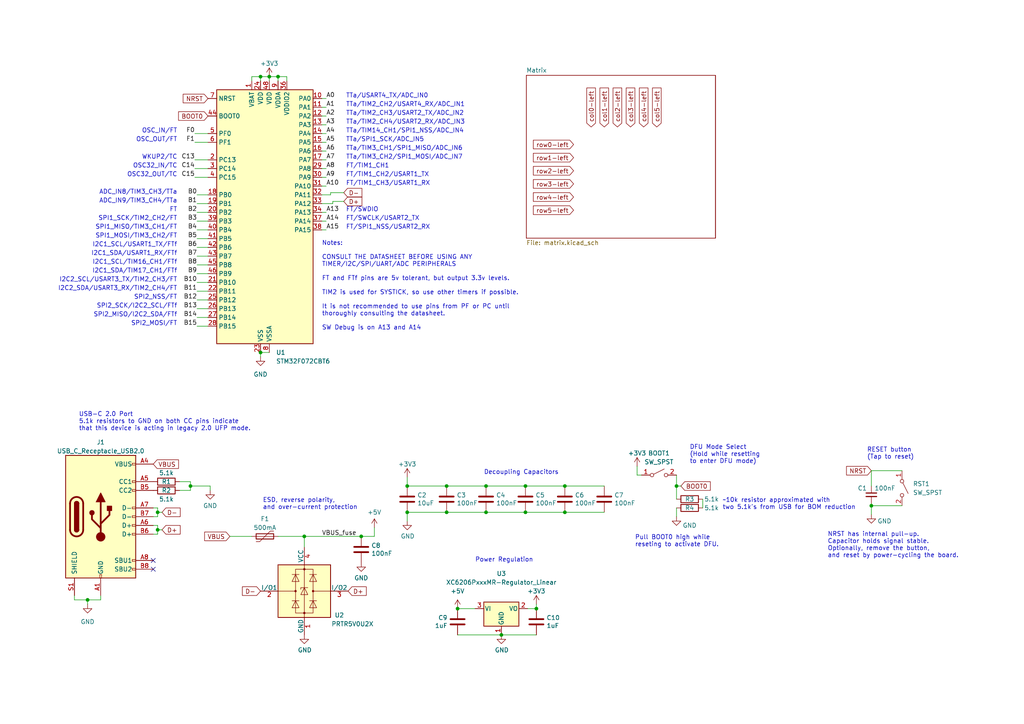
<source format=kicad_sch>
(kicad_sch (version 20231120) (generator "eeschema") (generator_version "8.0")
  (paper "A4")
  (lib_symbols
    (symbol "+5V_1" (power) (pin_names (offset 0))
      (property "Value" "+5V_1" (at 0 3.556 0))
      (symbol "+5V_1_0_1"
        (polyline (pts (xy -0.762 1.27) (xy 0 2.54)))
        (polyline (pts (xy 0 0) (xy 0 2.54)))
        (polyline (pts (xy 0 2.54) (xy 0.762 1.27)))
      )
      (symbol "+5V_1_1_1"
        (pin power_in line (at 0 0 90) (length 0) hide (name "+5V") (number "1"))
      )
    )
    (symbol "Connector:USB_C_Receptacle_USB2.0" (pin_names (offset 1.016))
      (property "Reference" "J" (at -10.16 19.05 0))
      (property "Value" "USB_C_Receptacle_USB2.0" (at 19.05 19.05 0))
      (symbol "USB_C_Receptacle_USB2.0_0_0"
        (rectangle (start -0.254 -17.78) (end 0.254 -16.764))
        (rectangle (start 10.16 -14.986) (end 9.144 -15.494))
        (rectangle (start 10.16 -12.446) (end 9.144 -12.954))
        (rectangle (start 10.16 -4.826) (end 9.144 -5.334))
        (rectangle (start 10.16 -2.286) (end 9.144 -2.794))
        (rectangle (start 10.16 0.254) (end 9.144 -0.254))
        (rectangle (start 10.16 2.794) (end 9.144 2.286))
        (rectangle (start 10.16 7.874) (end 9.144 7.366))
        (rectangle (start 10.16 10.414) (end 9.144 9.906))
        (rectangle (start 10.16 15.494) (end 9.144 14.986))
      )
      (symbol "USB_C_Receptacle_USB2.0_0_1"
        (rectangle (start -10.16 17.78) (end 10.16 -17.78) (stroke (width 0.254)) (fill (type background)))
        (arc (start -8.89 -3.81) (mid -6.985 -5.7067) (end -5.08 -3.81) (stroke (width 0.508)))
        (arc (start -7.62 -3.81) (mid -6.985 -4.4423) (end -6.35 -3.81) (stroke (width 0.254)))
        (arc (start -7.62 -3.81) (mid -6.985 -4.4423) (end -6.35 -3.81) (stroke (width 0.254)) (fill (type outline)))
        (rectangle (start -7.62 -3.81) (end -6.35 3.81) (stroke (width 0.254)) (fill (type outline)))
        (arc (start -6.35 3.81) (mid -6.985 4.4423) (end -7.62 3.81) (stroke (width 0.254)))
        (arc (start -6.35 3.81) (mid -6.985 4.4423) (end -7.62 3.81) (stroke (width 0.254)) (fill (type outline)))
        (arc (start -5.08 3.81) (mid -6.985 5.7067) (end -8.89 3.81) (stroke (width 0.508)))
        (circle (center -2.54 1.143) (radius 0.635) (stroke (width 0.254)) (fill (type outline)))
        (circle (center 0 -5.842) (radius 1.27) (fill (type outline)))
        (polyline (pts (xy -8.89 -3.81) (xy -8.89 3.81)) (stroke (width 0.508)))
        (polyline (pts (xy -5.08 3.81) (xy -5.08 -3.81)) (stroke (width 0.508)))
        (polyline (pts (xy 0 -5.842) (xy 0 4.318)) (stroke (width 0.508)))
        (polyline (pts (xy 0 -3.302) (xy -2.54 -0.762) (xy -2.54 0.508)) (stroke (width 0.508)))
        (polyline (pts (xy 0 -2.032) (xy 2.54 0.508) (xy 2.54 1.778)) (stroke (width 0.508)))
        (polyline (pts (xy -1.27 4.318) (xy 0 6.858) (xy 1.27 4.318) (xy -1.27 4.318)) (stroke (width 0.254)) (fill (type outline)))
        (rectangle (start 1.905 1.778) (end 3.175 3.048) (stroke (width 0.254)) (fill (type outline)))
      )
      (symbol "USB_C_Receptacle_USB2.0_1_1"
        (pin passive line (at 0 -22.86 90) (length 5.08) (name "GND") (number "A1"))
        (pin passive line (at 0 -22.86 90) (length 5.08) hide (name "GND") (number "A12"))
        (pin passive line (at 15.24 15.24 180) (length 5.08) (name "VBUS") (number "A4"))
        (pin bidirectional line (at 15.24 10.16 180) (length 5.08) (name "CC1") (number "A5"))
        (pin bidirectional line (at 15.24 -2.54 180) (length 5.08) (name "D+") (number "A6"))
        (pin bidirectional line (at 15.24 2.54 180) (length 5.08) (name "D-") (number "A7"))
        (pin bidirectional line (at 15.24 -12.7 180) (length 5.08) (name "SBU1") (number "A8"))
        (pin passive line (at 15.24 15.24 180) (length 5.08) hide (name "VBUS") (number "A9"))
        (pin passive line (at 0 -22.86 90) (length 5.08) hide (name "GND") (number "B1"))
        (pin passive line (at 0 -22.86 90) (length 5.08) hide (name "GND") (number "B12"))
        (pin passive line (at 15.24 15.24 180) (length 5.08) hide (name "VBUS") (number "B4"))
        (pin bidirectional line (at 15.24 7.62 180) (length 5.08) (name "CC2") (number "B5"))
        (pin bidirectional line (at 15.24 -5.08 180) (length 5.08) (name "D+") (number "B6"))
        (pin bidirectional line (at 15.24 0 180) (length 5.08) (name "D-") (number "B7"))
        (pin bidirectional line (at 15.24 -15.24 180) (length 5.08) (name "SBU2") (number "B8"))
        (pin passive line (at 15.24 15.24 180) (length 5.08) hide (name "VBUS") (number "B9"))
        (pin passive line (at -7.62 -22.86 90) (length 5.08) (name "SHIELD") (number "S1"))
      )
    )
    (symbol "Device:C" (pin_numbers hide) (pin_names (offset 0.254))
      (property "Reference" "C" (at 0.635 2.54 0))
      (property "Value" "C" (at 0.635 -2.54 0))
      (symbol "C_0_1"
        (polyline (pts (xy -2.032 -0.762) (xy 2.032 -0.762)) (stroke (width 0.508)))
        (polyline (pts (xy -2.032 0.762) (xy 2.032 0.762)) (stroke (width 0.508)))
      )
      (symbol "C_1_1"
        (pin passive line (at 0 3.81 270) (length 2.794) (name "~") (number "1"))
        (pin passive line (at 0 -3.81 90) (length 2.794) (name "~") (number "2"))
      )
    )
    (symbol "Device:C_Small" (pin_numbers hide) (pin_names (offset 0.254) hide)
      (property "Reference" "C" (at 0.254 1.778 0))
      (property "Value" "C_Small" (at 0.254 -2.032 0))
      (symbol "C_Small_0_1"
        (polyline (pts (xy -1.524 -0.508) (xy 1.524 -0.508)) (stroke (width 0.3302)))
        (polyline (pts (xy -1.524 0.508) (xy 1.524 0.508)) (stroke (width 0.3048)))
      )
      (symbol "C_Small_1_1"
        (pin passive line (at 0 2.54 270) (length 2.032) (name "~") (number "1"))
        (pin passive line (at 0 -2.54 90) (length 2.032) (name "~") (number "2"))
      )
    )
    (symbol "Device:Polyfuse" (pin_numbers hide) (pin_names (offset 0))
      (property "Reference" "F" (at -2.54 0 90))
      (property "Value" "Polyfuse" (at 2.54 0 90))
      (symbol "Polyfuse_0_1"
        (rectangle (start -0.762 2.54) (end 0.762 -2.54) (stroke (width 0.254)))
        (polyline (pts (xy 0 2.54) (xy 0 -2.54)))
        (polyline (pts (xy -1.524 2.54) (xy -1.524 1.524) (xy 1.524 -1.524) (xy 1.524 -2.54)))
      )
      (symbol "Polyfuse_1_1"
        (pin passive line (at 0 3.81 270) (length 1.27) (name "~") (number "1"))
        (pin passive line (at 0 -3.81 90) (length 1.27) (name "~") (number "2"))
      )
    )
    (symbol "Device:R" (pin_numbers hide) (pin_names (offset 0))
      (property "Reference" "R" (at 2.032 0 90))
      (property "Value" "R" (at 0 0 90))
      (symbol "R_0_1"
        (rectangle (start -1.016 -2.54) (end 1.016 2.54) (stroke (width 0.254)))
      )
      (symbol "R_1_1"
        (pin passive line (at 0 3.81 270) (length 1.27) (name "~") (number "1"))
        (pin passive line (at 0 -3.81 90) (length 1.27) (name "~") (number "2"))
      )
    )
    (symbol "MCU_ST_STM32F0:STM32F072CBTx"
      (property "Reference" "U" (at -12.7 39.37 0))
      (property "Value" "STM32F072CBTx" (at 10.16 39.37 0))
      (symbol "STM32F072CBTx_0_1"
        (rectangle (start -12.7 -35.56) (end 15.24 38.1) (stroke (width 0.254)) (fill (type background)))
      )
      (symbol "STM32F072CBTx_1_1"
        (pin power_in line (at -2.54 40.64 270) (length 2.54) (name "VBAT") (number "1"))
        (pin bidirectional line (at 17.78 35.56 180) (length 2.54) (name "PA0") (number "10"))
        (pin bidirectional line (at 17.78 33.02 180) (length 2.54) (name "PA1") (number "11"))
        (pin bidirectional line (at 17.78 30.48 180) (length 2.54) (name "PA2") (number "12"))
        (pin bidirectional line (at 17.78 27.94 180) (length 2.54) (name "PA3") (number "13"))
        (pin bidirectional line (at 17.78 25.4 180) (length 2.54) (name "PA4") (number "14"))
        (pin bidirectional line (at 17.78 22.86 180) (length 2.54) (name "PA5") (number "15"))
        (pin bidirectional line (at 17.78 20.32 180) (length 2.54) (name "PA6") (number "16"))
        (pin bidirectional line (at 17.78 17.78 180) (length 2.54) (name "PA7") (number "17"))
        (pin bidirectional line (at -15.24 7.62 0) (length 2.54) (name "PB0") (number "18"))
        (pin bidirectional line (at -15.24 5.08 0) (length 2.54) (name "PB1") (number "19"))
        (pin bidirectional line (at -15.24 17.78 0) (length 2.54) (name "PC13") (number "2"))
        (pin bidirectional line (at -15.24 2.54 0) (length 2.54) (name "PB2") (number "20"))
        (pin bidirectional line (at -15.24 -17.78 0) (length 2.54) (name "PB10") (number "21"))
        (pin bidirectional line (at -15.24 -20.32 0) (length 2.54) (name "PB11") (number "22"))
        (pin power_in line (at 0 -38.1 90) (length 2.54) (name "VSS") (number "23"))
        (pin power_in line (at 0 40.64 270) (length 2.54) (name "VDD") (number "24"))
        (pin bidirectional line (at -15.24 -22.86 0) (length 2.54) (name "PB12") (number "25"))
        (pin bidirectional line (at -15.24 -25.4 0) (length 2.54) (name "PB13") (number "26"))
        (pin bidirectional line (at -15.24 -27.94 0) (length 2.54) (name "PB14") (number "27"))
        (pin bidirectional line (at -15.24 -30.48 0) (length 2.54) (name "PB15") (number "28"))
        (pin bidirectional line (at 17.78 15.24 180) (length 2.54) (name "PA8") (number "29"))
        (pin bidirectional line (at -15.24 15.24 0) (length 2.54) (name "PC14") (number "3"))
        (pin bidirectional line (at 17.78 12.7 180) (length 2.54) (name "PA9") (number "30"))
        (pin bidirectional line (at 17.78 10.16 180) (length 2.54) (name "PA10") (number "31"))
        (pin bidirectional line (at 17.78 7.62 180) (length 2.54) (name "PA11") (number "32"))
        (pin bidirectional line (at 17.78 5.08 180) (length 2.54) (name "PA12") (number "33"))
        (pin bidirectional line (at 17.78 2.54 180) (length 2.54) (name "PA13") (number "34"))
        (pin passive line (at 0 -38.1 90) (length 2.54) hide (name "VSS") (number "35"))
        (pin power_in line (at 7.62 40.64 270) (length 2.54) (name "VDDIO2") (number "36"))
        (pin bidirectional line (at 17.78 0 180) (length 2.54) (name "PA14") (number "37"))
        (pin bidirectional line (at 17.78 -2.54 180) (length 2.54) (name "PA15") (number "38"))
        (pin bidirectional line (at -15.24 0 0) (length 2.54) (name "PB3") (number "39"))
        (pin bidirectional line (at -15.24 12.7 0) (length 2.54) (name "PC15") (number "4"))
        (pin bidirectional line (at -15.24 -2.54 0) (length 2.54) (name "PB4") (number "40"))
        (pin bidirectional line (at -15.24 -5.08 0) (length 2.54) (name "PB5") (number "41"))
        (pin bidirectional line (at -15.24 -7.62 0) (length 2.54) (name "PB6") (number "42"))
        (pin bidirectional line (at -15.24 -10.16 0) (length 2.54) (name "PB7") (number "43"))
        (pin input line (at -15.24 30.48 0) (length 2.54) (name "BOOT0") (number "44"))
        (pin bidirectional line (at -15.24 -12.7 0) (length 2.54) (name "PB8") (number "45"))
        (pin bidirectional line (at -15.24 -15.24 0) (length 2.54) (name "PB9") (number "46"))
        (pin passive line (at 0 -38.1 90) (length 2.54) hide (name "VSS") (number "47"))
        (pin power_in line (at 2.54 40.64 270) (length 2.54) (name "VDD") (number "48"))
        (pin bidirectional line (at -15.24 25.4 0) (length 2.54) (name "PF0") (number "5"))
        (pin bidirectional line (at -15.24 22.86 0) (length 2.54) (name "PF1") (number "6"))
        (pin input line (at -15.24 35.56 0) (length 2.54) (name "NRST") (number "7"))
        (pin power_in line (at 2.54 -38.1 90) (length 2.54) (name "VSSA") (number "8"))
        (pin power_in line (at 5.08 40.64 270) (length 2.54) (name "VDDA") (number "9"))
      )
    )
    (symbol "Power_Protection:PRTR5V0U2X" (pin_names (offset 0))
      (property "Reference" "D" (at 2.794 8.636 0))
      (property "Value" "PRTR5V0U2X" (at 8.128 -9.398 0))
      (symbol "PRTR5V0U2X_0_1"
        (rectangle (start -7.62 -7.62) (end 7.62 7.62) (stroke (width 0.254)) (fill (type background)))
        (circle (center -2.54 0) (radius 0.254) (fill (type outline)))
        (rectangle (start -2.54 6.35) (end 2.54 -6.35))
        (circle (center 0 -6.35) (radius 0.254) (fill (type outline)))
        (polyline (pts (xy -2.54 0) (xy -7.62 0)))
        (polyline (pts (xy -1.524 -2.794) (xy -3.556 -2.794)))
        (polyline (pts (xy -1.524 4.826) (xy -3.556 4.826)))
        (polyline (pts (xy 0 -7.62) (xy 0 7.62)))
        (polyline (pts (xy 1.524 -2.794) (xy 3.556 -2.794)))
        (polyline (pts (xy 1.524 4.826) (xy 3.556 4.826)))
        (polyline (pts (xy 2.54 0) (xy 7.62 0)))
        (polyline (pts (xy 1.016 1.016) (xy -1.016 1.016) (xy -1.016 0.508)))
        (polyline (pts (xy -3.556 -4.826) (xy -1.524 -4.826) (xy -2.54 -2.794) (xy -3.556 -4.826)))
        (polyline (pts (xy -3.556 2.794) (xy -1.524 2.794) (xy -2.54 4.826) (xy -3.556 2.794)))
        (polyline (pts (xy -1.016 -1.016) (xy 1.016 -1.016) (xy 0 1.016) (xy -1.016 -1.016)))
        (polyline (pts (xy 3.556 -4.826) (xy 1.524 -4.826) (xy 2.54 -2.794) (xy 3.556 -4.826)))
        (polyline (pts (xy 3.556 2.794) (xy 1.524 2.794) (xy 2.54 4.826) (xy 3.556 2.794)))
        (circle (center 0 6.35) (radius 0.254) (fill (type outline)))
        (circle (center 2.54 0) (radius 0.254) (fill (type outline)))
      )
      (symbol "PRTR5V0U2X_1_1"
        (pin passive line (at 0 -12.7 90) (length 5.08) (name "GND") (number "1"))
        (pin passive line (at -12.7 0 0) (length 5.08) (name "I/O1") (number "2"))
        (pin passive line (at 12.7 0 180) (length 5.08) (name "I/O2") (number "3"))
        (pin passive line (at 0 12.7 270) (length 5.08) (name "VCC") (number "4"))
      )
    )
    (symbol "Switch:SW_SPST" (pin_names (offset 0) hide)
      (property "Reference" "SW" (at 0 3.175 0))
      (property "Value" "SW_SPST" (at 0 -2.54 0))
      (symbol "SW_SPST_0_0"
        (circle (center -2.032 0) (radius 0.508))
        (polyline (pts (xy -1.524 0.254) (xy 1.524 1.778)))
        (circle (center 2.032 0) (radius 0.508))
      )
      (symbol "SW_SPST_1_1"
        (pin passive line (at -5.08 0 0) (length 2.54) (name "A") (number "1"))
        (pin passive line (at 5.08 0 180) (length 2.54) (name "B") (number "2"))
      )
    )
    (symbol "kicad-keyboard-parts:XC6206PxxxMR-Regulator_Linear" (pin_names (offset 0.254))
      (property "Reference" "U" (at -3.81 3.175 0))
      (property "Value" "XC6206PxxxMR-Regulator_Linear" (at 0 3.175 0))
      (property "LCSC" "C5446" (at 0 0 0))
      (symbol "XC6206PxxxMR-Regulator_Linear_0_1"
        (rectangle (start -5.08 1.905) (end 5.08 -5.08) (stroke (width 0.254)) (fill (type background)))
      )
      (symbol "XC6206PxxxMR-Regulator_Linear_1_1"
        (pin power_in line (at 0 -7.62 90) (length 2.54) (name "GND") (number "1"))
        (pin power_out line (at 7.62 0 180) (length 2.54) (name "VO") (number "2"))
        (pin power_in line (at -7.62 0 0) (length 2.54) (name "VI") (number "3"))
      )
    )
    (symbol "power:+3V3" (power) (pin_names (offset 0))
      (property "Value" "+3V3" (at 0 3.556 0))
      (symbol "+3V3_0_1"
        (polyline (pts (xy -0.762 1.27) (xy 0 2.54)))
        (polyline (pts (xy 0 0) (xy 0 2.54)))
        (polyline (pts (xy 0 2.54) (xy 0.762 1.27)))
      )
      (symbol "+3V3_1_1"
        (pin power_in line (at 0 0 90) (length 0) hide (name "+3V3") (number "1"))
      )
    )
    (symbol "power:+5V" (power) (pin_names (offset 0))
      (property "Value" "+5V" (at 0 3.556 0))
      (symbol "+5V_0_1"
        (polyline (pts (xy -0.762 1.27) (xy 0 2.54)))
        (polyline (pts (xy 0 0) (xy 0 2.54)))
        (polyline (pts (xy 0 2.54) (xy 0.762 1.27)))
      )
      (symbol "+5V_1_1"
        (pin power_in line (at 0 0 90) (length 0) hide (name "+5V") (number "1"))
      )
    )
    (symbol "power:GND" (power) (pin_names (offset 0))
      (property "Value" "GND" (at 0 -3.81 0))
      (symbol "GND_0_1"
        (polyline (pts (xy 0 0) (xy 0 -1.27) (xy 1.27 -1.27) (xy 0 -2.54) (xy -1.27 -1.27) (xy 0 -1.27)))
      )
      (symbol "GND_1_1"
        (pin power_in line (at 0 0 270) (length 0) hide (name "GND") (number "1"))
      )
    )
  )
  (junction (at 80.645 22.225))
  (junction (at 152.4 148.59))
  (junction (at 88.265 155.575))
  (junction (at 25.4 173.99))
  (junction (at 196.215 140.97))
  (junction (at 55.245 140.97))
  (junction (at 78.105 22.225))
  (junction (at 163.83 140.97))
  (junction (at 104.775 155.575))
  (junction (at 145.415 184.15) (diameter 0.9144))
  (junction (at 45.72 153.67))
  (junction (at 118.11 140.97))
  (junction (at 129.54 148.59))
  (junction (at 163.83 148.59))
  (junction (at 132.715 176.53))
  (junction (at 140.97 140.97))
  (junction (at 155.575 176.53))
  (junction (at 140.97 148.59))
  (junction (at 75.565 22.225))
  (junction (at 75.565 102.235))
  (junction (at 129.54 140.97))
  (junction (at 118.11 148.59))
  (junction (at 252.73 146.685))
  (junction (at 45.72 148.59))
  (junction (at 152.4 140.97))
  (no_connect (at 44.45 162.56))
  (no_connect (at 44.45 165.1))
  (wire (pts (xy 80.645 22.225) (xy 78.105 22.225)))
  (wire (pts (xy 45.72 154.94) (xy 45.72 153.67)))
  (wire (pts (xy 94.615 46.355) (xy 93.345 46.355)))
  (wire (pts (xy 145.415 184.15) (xy 132.715 184.15)))
  (wire (pts (xy 129.54 148.59) (xy 118.11 148.59)))
  (wire (pts (xy 57.15 84.455) (xy 60.325 84.455)))
  (wire (pts (xy 57.15 64.135) (xy 60.325 64.135)))
  (wire (pts (xy 45.72 153.67) (xy 46.99 153.67)))
  (wire (pts (xy 57.15 89.535) (xy 60.325 89.535)))
  (wire (pts (xy 45.72 148.59) (xy 46.99 148.59)))
  (wire (pts (xy 57.15 79.375) (xy 60.325 79.375)))
  (wire (pts (xy 140.97 140.97) (xy 129.54 140.97)))
  (wire (pts (xy 99.695 55.88) (xy 95.885 55.88)))
  (wire (pts (xy 57.15 69.215) (xy 60.325 69.215)))
  (wire (pts (xy 52.07 139.7) (xy 55.245 139.7)))
  (wire (pts (xy 94.615 28.575) (xy 93.345 28.575)))
  (wire (pts (xy 96.52 59.055) (xy 93.345 59.055)))
  (wire (pts (xy 252.73 136.525) (xy 252.73 140.97)))
  (wire (pts (xy 56.515 41.275) (xy 60.325 41.275)))
  (wire (pts (xy 80.645 22.225) (xy 80.645 23.495)))
  (wire (pts (xy 73.025 22.225) (xy 73.025 23.495)))
  (wire (pts (xy 21.59 173.99) (xy 25.4 173.99)))
  (wire (pts (xy 56.515 48.895) (xy 60.325 48.895)))
  (wire (pts (xy 45.72 147.32) (xy 45.72 148.59)))
  (wire (pts (xy 184.785 137.795) (xy 184.785 135.255)))
  (wire (pts (xy 88.265 155.575) (xy 88.265 158.75)))
  (wire (pts (xy 44.45 154.94) (xy 45.72 154.94)))
  (wire (pts (xy 29.21 173.99) (xy 29.21 172.72)))
  (wire (pts (xy 196.215 147.32) (xy 196.215 149.86)))
  (wire (pts (xy 78.105 22.225) (xy 78.105 23.495)))
  (wire (pts (xy 163.83 148.59) (xy 175.26 148.59)))
  (wire (pts (xy 56.515 46.355) (xy 60.325 46.355)))
  (wire (pts (xy 94.615 51.435) (xy 93.345 51.435)))
  (wire (pts (xy 57.15 61.595) (xy 60.325 61.595)))
  (wire (pts (xy 140.97 148.59) (xy 129.54 148.59)))
  (wire (pts (xy 57.15 74.295) (xy 60.325 74.295)))
  (wire (pts (xy 94.615 48.895) (xy 93.345 48.895)))
  (wire (pts (xy 60.96 140.97) (xy 60.96 142.24)))
  (wire (pts (xy 80.645 22.225) (xy 83.185 22.225)))
  (wire (pts (xy 94.615 61.595) (xy 93.345 61.595)))
  (wire (pts (xy 75.565 22.225) (xy 78.105 22.225)))
  (wire (pts (xy 99.695 58.42) (xy 96.52 58.42)))
  (wire (pts (xy 57.15 86.995) (xy 60.325 86.995)))
  (wire (pts (xy 104.775 155.575) (xy 108.585 155.575)))
  (wire (pts (xy 155.575 175.26) (xy 155.575 176.53)))
  (wire (pts (xy 44.45 149.86) (xy 45.72 149.86)))
  (wire (pts (xy 196.215 140.97) (xy 197.485 140.97)))
  (wire (pts (xy 94.615 64.135) (xy 93.345 64.135)))
  (wire (pts (xy 66.675 155.575) (xy 73.025 155.575)))
  (wire (pts (xy 196.215 140.97) (xy 196.215 144.78)))
  (wire (pts (xy 75.565 103.505) (xy 75.565 102.235)))
  (wire (pts (xy 57.15 59.055) (xy 60.325 59.055)))
  (wire (pts (xy 25.4 173.99) (xy 29.21 173.99)))
  (wire (pts (xy 73.025 22.225) (xy 75.565 22.225)))
  (wire (pts (xy 56.515 51.435) (xy 60.325 51.435)))
  (wire (pts (xy 94.615 43.815) (xy 93.345 43.815)))
  (wire (pts (xy 96.52 58.42) (xy 96.52 59.055)))
  (wire (pts (xy 129.54 140.97) (xy 118.11 140.97)))
  (wire (pts (xy 203.835 144.78) (xy 203.835 147.32)))
  (wire (pts (xy 196.215 137.795) (xy 196.215 140.97)))
  (wire (pts (xy 152.4 148.59) (xy 163.83 148.59)))
  (wire (pts (xy 94.615 33.655) (xy 93.345 33.655)))
  (wire (pts (xy 140.97 140.97) (xy 152.4 140.97)))
  (wire (pts (xy 80.645 155.575) (xy 88.265 155.575)))
  (wire (pts (xy 186.055 137.795) (xy 184.785 137.795)))
  (wire (pts (xy 55.245 142.24) (xy 55.245 140.97)))
  (wire (pts (xy 88.265 155.575) (xy 104.775 155.575)))
  (wire (pts (xy 21.59 172.72) (xy 21.59 173.99)))
  (wire (pts (xy 75.565 102.235) (xy 78.105 102.235)))
  (wire (pts (xy 118.11 138.43) (xy 118.11 140.97)))
  (wire (pts (xy 45.72 152.4) (xy 45.72 153.67)))
  (wire (pts (xy 57.15 94.615) (xy 60.325 94.615)))
  (wire (pts (xy 45.72 148.59) (xy 45.72 149.86)))
  (wire (pts (xy 57.15 81.915) (xy 60.325 81.915)))
  (wire (pts (xy 57.15 92.075) (xy 60.325 92.075)))
  (wire (pts (xy 252.73 136.525) (xy 261.62 136.525)))
  (wire (pts (xy 95.885 56.515) (xy 93.345 56.515)))
  (wire (pts (xy 94.615 38.735) (xy 93.345 38.735)))
  (wire (pts (xy 57.15 71.755) (xy 60.325 71.755)))
  (wire (pts (xy 83.185 22.225) (xy 83.185 23.495)))
  (wire (pts (xy 44.45 147.32) (xy 45.72 147.32)))
  (wire (pts (xy 25.4 175.26) (xy 25.4 173.99)))
  (wire (pts (xy 145.415 184.15) (xy 155.575 184.15)))
  (wire (pts (xy 152.4 140.97) (xy 163.83 140.97)))
  (wire (pts (xy 57.15 76.835) (xy 60.325 76.835)))
  (wire (pts (xy 44.45 152.4) (xy 45.72 152.4)))
  (wire (pts (xy 108.585 153.035) (xy 108.585 155.575)))
  (wire (pts (xy 57.15 56.515) (xy 60.325 56.515)))
  (wire (pts (xy 94.615 66.675) (xy 93.345 66.675)))
  (wire (pts (xy 252.73 146.685) (xy 252.73 146.05)))
  (wire (pts (xy 56.515 38.735) (xy 60.325 38.735)))
  (wire (pts (xy 95.885 55.88) (xy 95.885 56.515)))
  (wire (pts (xy 252.73 146.685) (xy 261.62 146.685)))
  (wire (pts (xy 132.715 176.53) (xy 137.795 176.53)))
  (wire (pts (xy 163.83 140.97) (xy 175.26 140.97)))
  (wire (pts (xy 118.11 151.13) (xy 118.11 148.59)))
  (wire (pts (xy 252.73 149.225) (xy 252.73 146.685)))
  (wire (pts (xy 55.245 140.97) (xy 60.96 140.97)))
  (wire (pts (xy 140.97 148.59) (xy 152.4 148.59)))
  (wire (pts (xy 55.245 140.97) (xy 55.245 139.7)))
  (wire (pts (xy 94.615 36.195) (xy 93.345 36.195)))
  (wire (pts (xy 94.615 53.975) (xy 93.345 53.975)))
  (wire (pts (xy 94.615 31.115) (xy 93.345 31.115)))
  (wire (pts (xy 57.15 66.675) (xy 60.325 66.675)))
  (wire (pts (xy 94.615 41.275) (xy 93.345 41.275)))
  (wire (pts (xy 153.035 176.53) (xy 155.575 176.53)))
  (wire (pts (xy 75.565 22.225) (xy 75.565 23.495)))
  (wire (pts (xy 52.07 142.24) (xy 55.245 142.24)))
  (text "TTa/TIM14_CH1/SPI1_NSS/ADC_IN4" (at 100.33 38.735 0) (effects (font (size 1.27 1.27)) (justify left bottom)))
  (text "SPI1_MOSI/TIM3_CH2/FT" (at 51.435 69.215 0) (effects (font (size 1.27 1.27)) (justify right bottom)))
  (text "FT/SPI1_NSS/USART2_RX" (at 100.33 66.675 0) (effects (font (size 1.27 1.27)) (justify left bottom)))
  (text "OSC_OUT/FT" (at 51.435 41.275 0) (effects (font (size 1.27 1.27)) (justify right bottom)))
  (text "FT/SWCLK/USART2_TX" (at 100.33 64.135 0) (effects (font (size 1.27 1.27)) (justify left bottom)))
  (text "I2C2_SCL/USART3_TX/TIM2_CH3/FT" (at 51.435 81.915 0) (effects (font (size 1.27 1.27)) (justify right bottom)))
  (text "Pull BOOT0 high while \nreseting to activate DFU." (at 184.15 158.75 0) (effects (font (size 1.27 1.27)) (justify left bottom)))
  (text "TTa/TIM2_CH2/USART4_RX/ADC_IN1" (at 100.33 31.115 0) (effects (font (size 1.27 1.27)) (justify left bottom)))
  (text "I2C1_SCL/TIM16_CH1/FTf" (at 51.435 76.835 0) (effects (font (size 1.27 1.27)) (justify right bottom)))
  (text "NRST has internal pull-up.\nCapacitor holds signal stable.\nOptionally, remove the button,\nand reset by power-cycling the board." (at 240.03 161.925 0) (effects (font (size 1.27 1.27)) (justify left bottom)))
  (text "SPI2_MISO/I2C2_SDA/FTf" (at 51.435 92.075 0) (effects (font (size 1.27 1.27)) (justify right bottom)))
  (text "OSC32_IN/TC" (at 51.435 48.895 0) (effects (font (size 1.27 1.27)) (justify right bottom)))
  (text "I2C1_SDA/USART1_RX/FTf" (at 51.435 74.295 0) (effects (font (size 1.27 1.27)) (justify right bottom)))
  (text "WKUP2/TC" (at 51.435 46.355 0) (effects (font (size 1.27 1.27)) (justify right bottom)))
  (text "I2C1_SDA/TIM17_CH1/FTf" (at 51.435 79.375 0) (effects (font (size 1.27 1.27)) (justify right bottom)))
  (text "ADC_IN8/TIM3_CH3/TTa" (at 51.435 56.515 0) (effects (font (size 1.27 1.27)) (justify right bottom)))
  (text "SPI2_MOSI/FT" (at 51.435 94.615 0) (effects (font (size 1.27 1.27)) (justify right bottom)))
  (text "OSC_IN/FT" (at 51.435 38.735 0) (effects (font (size 1.27 1.27)) (justify right bottom)))
  (text "SPI2_NSS/FT" (at 51.435 86.995 0) (effects (font (size 1.27 1.27)) (justify right bottom)))
  (text "TTa/SPI1_SCK/ADC_IN5" (at 100.33 41.275 0) (effects (font (size 1.27 1.27)) (justify left bottom)))
  (text "FT" (at 51.435 61.595 0) (effects (font (size 1.27 1.27)) (justify right bottom)))
  (text "OSC32_OUT/TC" (at 51.435 51.435 0) (effects (font (size 1.27 1.27)) (justify right bottom)))
  (text "TTa/TIM3_CH2/SPI1_MOSI/ADC_IN7" (at 100.33 46.355 0) (effects (font (size 1.27 1.27)) (justify left bottom)))
  (text "FT/TIM1_CH1" (at 100.33 48.895 0) (effects (font (size 1.27 1.27)) (justify left bottom)))
  (text "FT/TIM1_CH3/USART1_RX" (at 100.33 53.975 0) (effects (font (size 1.27 1.27)) (justify left bottom)))
  (text "ADC_IN9/TIM3_CH4/TTa" (at 51.435 59.055 0) (effects (font (size 1.27 1.27)) (justify right bottom)))
  (text "RESET button\n(Tap to reset)" (at 251.46 133.35 0) (effects (font (size 1.27 1.27)) (justify left bottom)))
  (text "TTa/USART4_TX/ADC_IN0" (at 100.33 28.575 0) (effects (font (size 1.27 1.27)) (justify left bottom)))
  (text "TTa/TIM3_CH1/SPI1_MISO/ADC_IN6" (at 100.33 43.815 0) (effects (font (size 1.27 1.27)) (justify left bottom)))
  (text "~10k resistor approximated with\ntwo 5.1k's from USB for BOM reduction" (at 209.55 147.955 0) (effects (font (size 1.27 1.27)) (justify left bottom)))
  (text "SPI1_MISO/TIM3_CH1/FT" (at 51.435 66.675 0) (effects (font (size 1.27 1.27)) (justify right bottom)))
  (text "Decoupling Capacitors" (at 140.335 137.795 0) (effects (font (size 1.27 1.27)) (justify left bottom)))
  (text "DFU Mode Select\n(Hold while resetting\nto enter DFU mode)" (at 200.025 134.62 0) (effects (font (size 1.27 1.27)) (justify left bottom)))
  (text "Notes:\n\nCONSULT THE DATASHEET BEFORE USING ANY \nTIMER/I2C/SPI/UART/ADC PERIPHERALS\n\nFT and FTf pins are 5v tolerant, but output 3.3v levels.\n\nTIM2 is used for SYSTICK, so use other timers if possible.\n\nIt is not recommended to use pins from PF or PC until\nthoroughly consulting the datasheet.\n\nSW Debug is on A13 and A14" (at 93.345 95.885 0) (effects (font (size 1.27 1.27)) (justify left bottom)))
  (text "Power Regulation" (at 137.795 163.195 0) (effects (font (size 1.27 1.27)) (justify left bottom)))
  (text "I2C2_SDA/USART3_RX/TIM2_CH4/FT" (at 51.435 84.455 0) (effects (font (size 1.27 1.27)) (justify right bottom)))
  (text "TTa/TIM2_CH3/USART2_TX/ADC_IN2" (at 100.33 33.655 0) (effects (font (size 1.27 1.27)) (justify left bottom)))
  (text "TTa/TIM2_CH4/USART2_RX/ADC_IN3" (at 100.33 36.195 0) (effects (font (size 1.27 1.27)) (justify left bottom)))
  (text "SPI2_SCK/I2C2_SCL/FTf" (at 51.435 89.535 0) (effects (font (size 1.27 1.27)) (justify right bottom)))
  (text "USB-C 2.0 Port\n5.1k resistors to GND on both CC pins indicate\nthat this device is acting in legacy 2.0 UFP mode." (at 22.86 125.095 0) (effects (font (size 1.27 1.27)) (justify left bottom)))
  (text "I2C1_SCL/USART1_TX/FTf" (at 51.435 71.755 0) (effects (font (size 1.27 1.27)) (justify right bottom)))
  (text "ESD, reverse polarity,\nand over-current protection" (at 76.2 147.955 0) (effects (font (size 1.27 1.27)) (justify left bottom)))
  (text "FT/SWDIO" (at 100.33 61.595 0) (effects (font (size 1.27 1.27)) (justify left bottom)))
  (text "FT/TIM1_CH2/USART1_TX" (at 100.33 51.435 0) (effects (font (size 1.27 1.27)) (justify left bottom)))
  (text "SPI1_SCK/TIM2_CH2/FT" (at 51.435 64.135 0) (effects (font (size 1.27 1.27)) (justify right bottom)))
  (label "B5" (at 57.15 69.215 180))
  (label "B8" (at 57.15 76.835 180))
  (label "A0" (at 94.615 28.575 0))
  (label "B7" (at 57.15 74.295 180))
  (label "A13" (at 94.615 61.595 0))
  (label "B3" (at 57.15 64.135 180))
  (label "B9" (at 57.15 79.375 180))
  (label "C13" (at 56.515 46.355 180))
  (label "A9" (at 94.615 51.435 0))
  (label "B10" (at 57.15 81.915 180))
  (label "C15" (at 56.515 51.435 180))
  (label "A7" (at 94.615 46.355 0))
  (label "A2" (at 94.615 33.655 0))
  (label "A10" (at 94.615 53.975 0))
  (label "A4" (at 94.615 38.735 0))
  (label "B4" (at 57.15 66.675 180))
  (label "B13" (at 57.15 89.535 180))
  (label "A6" (at 94.615 43.815 0))
  (label "A5" (at 94.615 41.275 0))
  (label "A15" (at 94.615 66.675 0))
  (label "A14" (at 94.615 64.135 0))
  (label "VBUS_fuse" (at 93.345 155.575 0))
  (label "B1" (at 57.15 59.055 180))
  (label "A8" (at 94.615 48.895 0))
  (label "B11" (at 57.15 84.455 180))
  (label "B0" (at 57.15 56.515 180))
  (label "B2" (at 57.15 61.595 180))
  (label "F0" (at 56.515 38.735 180))
  (label "B6" (at 57.15 71.755 180))
  (label "B14" (at 57.15 92.075 180))
  (label "F1" (at 56.515 41.275 180))
  (label "A1" (at 94.615 31.115 0))
  (label "B15" (at 57.15 94.615 180))
  (label "C14" (at 56.515 48.895 180))
  (label "A3" (at 94.615 36.195 0))
  (label "B12" (at 57.15 86.995 180))
  (global_label "row1-left" (shape input) (at 166.37 45.72 180) (property "Intersheetrefs" "${INTERSHEET_REFS}" (effects (hide yes))))
  (global_label "D-" (shape input) (at 46.99 148.59 0) (property "Intersheetrefs" "${INTERSHEET_REFS}" (effects (hide yes))))
  (global_label "col1-left" (shape input) (at 175.26 36.83 90) (property "Intersheetrefs" "${INTERSHEET_REFS}" (effects (hide yes))))
  (global_label "col2-left" (shape input) (at 179.07 36.83 90) (property "Intersheetrefs" "${INTERSHEET_REFS}" (effects (hide yes))))
  (global_label "col4-left" (shape input) (at 186.69 36.83 90) (property "Intersheetrefs" "${INTERSHEET_REFS}" (effects (hide yes))))
  (global_label "BOOT0" (shape input) (at 197.485 140.97 0) (property "Intersheetrefs" "${INTERSHEET_REFS}" (effects (hide yes))))
  (global_label "D+" (shape input) (at 46.99 153.67 0) (property "Intersheetrefs" "${INTERSHEET_REFS}" (effects (hide yes))))
  (global_label "row5-left" (shape input) (at 166.37 60.96 180) (property "Intersheetrefs" "${INTERSHEET_REFS}" (effects (hide yes))))
  (global_label "row3-left" (shape input) (at 166.37 53.34 180) (property "Intersheetrefs" "${INTERSHEET_REFS}" (effects (hide yes))))
  (global_label "VBUS" (shape input) (at 44.45 134.62 0) (property "Intersheetrefs" "${INTERSHEET_REFS}" (effects (hide yes))))
  (global_label "VBUS" (shape input) (at 66.675 155.575 180) (property "Intersheetrefs" "${INTERSHEET_REFS}" (effects (hide yes))))
  (global_label "NRST" (shape input) (at 252.73 136.525 180) (property "Intersheetrefs" "${INTERSHEET_REFS}" (effects (hide yes))))
  (global_label "row4-left" (shape input) (at 166.37 57.15 180) (property "Intersheetrefs" "${INTERSHEET_REFS}" (effects (hide yes))))
  (global_label "D+" (shape input) (at 99.695 58.42 0) (property "Intersheetrefs" "${INTERSHEET_REFS}" (effects (hide yes))))
  (global_label "col5-left" (shape input) (at 190.5 36.83 90) (property "Intersheetrefs" "${INTERSHEET_REFS}" (effects (hide yes))))
  (global_label "col3-left" (shape input) (at 182.88 36.83 90) (property "Intersheetrefs" "${INTERSHEET_REFS}" (effects (hide yes))))
  (global_label "D-" (shape input) (at 99.695 55.88 0) (property "Intersheetrefs" "${INTERSHEET_REFS}" (effects (hide yes))))
  (global_label "row2-left" (shape input) (at 166.37 49.53 180) (property "Intersheetrefs" "${INTERSHEET_REFS}" (effects (hide yes))))
  (global_label "D+" (shape input) (at 100.965 171.45 0) (property "Intersheetrefs" "${INTERSHEET_REFS}" (effects (hide yes))))
  (global_label "BOOT0" (shape input) (at 60.325 33.655 180) (property "Intersheetrefs" "${INTERSHEET_REFS}" (effects (hide yes))))
  (global_label "col0-left" (shape input) (at 171.45 36.83 90) (property "Intersheetrefs" "${INTERSHEET_REFS}" (effects (hide yes))))
  (global_label "NRST" (shape input) (at 60.325 28.575 180) (property "Intersheetrefs" "${INTERSHEET_REFS}" (effects (hide yes))))
  (global_label "row0-left" (shape input) (at 166.37 41.91 180) (property "Intersheetrefs" "${INTERSHEET_REFS}" (effects (hide yes))))
  (global_label "D-" (shape input) (at 75.565 171.45 180) (property "Intersheetrefs" "${INTERSHEET_REFS}" (effects (hide yes))))
  (symbol (lib_id "Device:C") (at 140.97 144.78 0) (unit 1)
    (property "Reference" "C4" (at 143.891 143.6116 0) (effects (justify left)))
    (property "Value" "100nF" (at 143.891 145.923 0) (effects (justify left)))
    (property "Footprint" "Capacitor_SMD:C_0402_1005Metric" (effects (hide yes)))
    (property "LCSC" "C307331" (effects (hide yes)))
  )
  (symbol (lib_name "+5V_1") (lib_id "power:+5V") (at 108.585 153.035 0) (unit 1)
    (property "Reference" "#PWR09" (effects (hide yes)))
    (property "Value" "+5V" (at 108.585 148.59 0))
  )
  (symbol (lib_id "power:GND") (at 118.11 151.13 0) (unit 1)
    (property "Reference" "#PWR08" (effects (hide yes)))
    (property "Value" "GND" (at 118.237 155.5242 0))
  )
  (symbol (lib_id "Switch:SW_SPST") (at 191.135 137.795 0) (unit 1)
    (property "Reference" "BOOT1" (at 191.135 131.445 0))
    (property "Value" "SW_SPST" (at 191.135 133.985 0))
    (property "Footprint" "Button_Switch_SMD:SW_SPST_TL3342" (effects (hide yes)))
  )
  (symbol (lib_id "Device:C") (at 163.83 144.78 0) (unit 1)
    (property "Reference" "C6" (at 166.751 143.6116 0) (effects (justify left)))
    (property "Value" "100nF" (at 166.751 145.923 0) (effects (justify left)))
    (property "Footprint" "Capacitor_SMD:C_0402_1005Metric" (effects (hide yes)))
    (property "LCSC" "C307331" (effects (hide yes)))
  )
  (symbol (lib_id "Device:C") (at 104.775 159.385 0) (unit 1)
    (property "Reference" "C8" (at 107.696 158.2166 0) (effects (justify left)))
    (property "Value" "100nF" (at 107.696 160.528 0) (effects (justify left)))
    (property "Footprint" "Capacitor_SMD:C_0402_1005Metric" (effects (hide yes)))
    (property "LCSC" "C307331" (effects (hide yes)))
  )
  (symbol (lib_id "Connector:USB_C_Receptacle_USB2.0") (at 29.21 149.86 0) (unit 1)
    (property "Reference" "J1" (at 29.21 128.27 0))
    (property "Value" "USB_C_Receptacle_USB2.0" (at 29.21 130.81 0))
    (property "Footprint" "PCM_marbastlib-various:USB_C_Receptacle_HRO_TYPE-C-31-M-12" (effects (hide yes)))
    (property "Datasheet" "https://www.usb.org/sites/default/files/documents/usb_type-c.zip" (effects (hide yes)))
    (property "JlcRotOffset" "180" (effects (hide yes)))
    (property "JlcPosOffset" "0,1.5" (effects (hide yes)))
  )
  (symbol (lib_id "Device:C") (at 132.715 180.34 0) (mirror y) (unit 1)
    (property "Reference" "C9" (at 129.794 179.1716 0) (effects (justify left)))
    (property "Value" "1uF" (at 129.794 181.483 0) (effects (justify left)))
    (property "Footprint" "Capacitor_SMD:C_0402_1005Metric" (effects (hide yes)))
    (property "LCSC" "C307331" (effects (hide yes)))
  )
  (symbol (lib_id "Power_Protection:PRTR5V0U2X") (at 88.265 171.45 0) (unit 1)
    (property "Reference" "U2" (at 98.425 178.435 0))
    (property "Value" "PRTR5V0U2X" (at 102.235 180.975 0))
    (property "Footprint" "Package_TO_SOT_SMD:SOT-143" (effects (hide yes)))
    (property "Datasheet" "https://assets.nexperia.com/documents/data-sheet/PRTR5V0U2X.pdf" (effects (hide yes)))
    (property "LCSC" "C2827688" (effects (hide yes)))
    (property "JlcRotOffset" "90" (effects (hide yes)))
  )
  (symbol (lib_id "Device:Polyfuse") (at 76.835 155.575 90) (unit 1)
    (property "Reference" "F1" (at 76.835 150.495 90))
    (property "Value" "500mA" (at 76.835 153.035 90))
    (property "Footprint" "Fuse:Fuse_1206_3216Metric" (effects (hide yes)))
    (property "LCSC" "C135341" (effects (hide yes)))
  )
  (symbol (lib_id "Device:C") (at 155.575 180.34 0) (unit 1)
    (property "Reference" "C10" (at 158.496 179.1716 0) (effects (justify left)))
    (property "Value" "1uF" (at 158.496 181.483 0) (effects (justify left)))
    (property "Footprint" "Capacitor_SMD:C_0402_1005Metric" (effects (hide yes)))
    (property "LCSC" "C307331" (effects (hide yes)))
  )
  (symbol (lib_id "Device:R") (at 48.26 139.7 270) (unit 1)
    (property "Reference" "R1" (at 48.26 139.7 90))
    (property "Value" "5.1k" (at 48.26 137.16 90))
    (property "Footprint" "Resistor_SMD:R_0402_1005Metric" (effects (hide yes)))
  )
  (symbol (lib_id "power:GND") (at 104.775 163.195 0) (unit 1)
    (property "Reference" "#PWR010" (effects (hide yes)))
    (property "Value" "GND" (at 104.775 167.64 0))
  )
  (symbol (lib_id "MCU_ST_STM32F0:STM32F072CBTx") (at 75.565 64.135 0) (unit 1)
    (property "Reference" "U1" (at 80.0609 102.235 0) (effects (justify left)))
    (property "Value" "STM32F072CBT6" (at 80.0609 104.775 0) (effects (justify left)))
    (property "Footprint" "Package_QFP:LQFP-48_7x7mm_P0.5mm" (effects (hide yes)))
    (property "Datasheet" "https://www.st.com/resource/en/datasheet/stm32f072cb.pdf" (effects (hide yes)))
    (property "JlcRotOffset" "90" (effects (hide yes)))
  )
  (symbol (lib_id "power:+3V3") (at 118.11 138.43 0) (unit 1)
    (property "Reference" "#PWR04" (effects (hide yes)))
    (property "Value" "+3V3" (at 118.11 134.62 0))
  )
  (symbol (lib_id "power:GND") (at 75.565 103.505 0) (unit 1)
    (property "Reference" "#PWR02" (effects (hide yes)))
    (property "Value" "GND" (at 75.565 108.585 0))
  )
  (symbol (lib_id "power:GND") (at 88.265 184.15 0) (unit 1)
    (property "Reference" "#PWR014" (effects (hide yes)))
    (property "Value" "GND" (at 88.392 188.5442 0))
  )
  (symbol (lib_id "power:GND") (at 145.415 184.15 0) (unit 1)
    (property "Reference" "#PWR015" (effects (hide yes)))
    (property "Value" "GND" (at 145.542 188.5442 0))
  )
  (symbol (lib_id "kicad-keyboard-parts:XC6206PxxxMR-Regulator_Linear") (at 145.415 176.53 0) (unit 1)
    (property "Reference" "U3" (at 145.415 166.37 0))
    (property "Value" "XC6206PxxxMR-Regulator_Linear" (at 145.415 168.91 0))
    (property "Footprint" "Package_TO_SOT_SMD:SOT-23" (effects (hide yes)))
    (property "Datasheet" "https://www.torexsemi.com/file/xc6206/XC6206.pdf" (effects (hide yes)))
    (property "LCSC" "C5446" (effects (hide yes)))
  )
  (symbol (lib_id "power:GND") (at 196.215 149.86 0) (unit 1)
    (property "Reference" "#PWR07" (effects (hide yes)))
    (property "Value" "GND" (at 200.025 152.4 0))
  )
  (symbol (lib_id "power:GND") (at 60.96 142.24 0) (unit 1)
    (property "Reference" "#PWR05" (effects (hide yes)))
    (property "Value" "GND" (at 60.96 146.685 0))
  )
  (symbol (lib_id "Device:C") (at 152.4 144.78 0) (unit 1)
    (property "Reference" "C5" (at 155.321 143.6116 0) (effects (justify left)))
    (property "Value" "100nF" (at 155.321 145.923 0) (effects (justify left)))
    (property "Footprint" "Capacitor_SMD:C_0402_1005Metric" (effects (hide yes)))
    (property "LCSC" "C307331" (effects (hide yes)))
  )
  (symbol (lib_id "Device:R") (at 48.26 142.24 90) (unit 1)
    (property "Reference" "R2" (at 48.26 142.24 90))
    (property "Value" "5.1k" (at 48.26 144.78 90))
    (property "Footprint" "Resistor_SMD:R_0402_1005Metric" (effects (hide yes)))
  )
  (symbol (lib_id "power:+5V") (at 132.715 176.53 0) (unit 1)
    (property "Reference" "#PWR013" (effects (hide yes)))
    (property "Value" "+5V" (at 132.715 171.45 0))
  )
  (symbol (lib_id "power:GND") (at 252.73 149.225 0) (mirror y) (unit 1)
    (property "Reference" "#PWR06" (effects (hide yes)))
    (property "Value" "GND" (at 256.54 151.13 0))
  )
  (symbol (lib_id "Device:C") (at 175.26 144.78 0) (unit 1)
    (property "Reference" "C7" (at 178.181 143.6116 0) (effects (justify left)))
    (property "Value" "100nF" (at 178.181 145.923 0) (effects (justify left)))
    (property "Footprint" "Capacitor_SMD:C_0402_1005Metric" (effects (hide yes)))
    (property "LCSC" "C307331" (effects (hide yes)))
  )
  (symbol (lib_id "power:+3V3") (at 184.785 135.255 0) (mirror y) (unit 1)
    (property "Reference" "#PWR03" (effects (hide yes)))
    (property "Value" "+3V3" (at 184.785 131.445 0))
  )
  (symbol (lib_id "Device:C") (at 129.54 144.78 0) (unit 1)
    (property "Reference" "C3" (at 132.461 143.6116 0) (effects (justify left)))
    (property "Value" "100nF" (at 132.461 145.923 0) (effects (justify left)))
    (property "Footprint" "Capacitor_SMD:C_0402_1005Metric" (effects (hide yes)))
    (property "LCSC" "C307331" (effects (hide yes)))
  )
  (symbol (lib_id "power:+3V3") (at 155.575 175.26 0) (unit 1)
    (property "Reference" "#PWR012" (effects (hide yes)))
    (property "Value" "+3V3" (at 155.575 171.45 0))
  )
  (symbol (lib_id "Device:C") (at 118.11 144.78 0) (unit 1)
    (property "Reference" "C2" (at 121.031 143.6116 0) (effects (justify left)))
    (property "Value" "10uF" (at 121.031 145.923 0) (effects (justify left)))
    (property "Footprint" "Capacitor_SMD:C_0603_1608Metric" (effects (hide yes)))
    (property "LCSC" "C307331" (effects (hide yes)))
  )
  (symbol (lib_id "power:GND") (at 25.4 175.26 0) (unit 1)
    (property "Reference" "#PWR011" (effects (hide yes)))
    (property "Value" "GND" (at 25.4 180.34 0))
  )
  (symbol (lib_id "Device:C_Small") (at 252.73 143.51 0) (mirror y) (unit 1)
    (property "Reference" "C1" (at 251.46 141.605 0) (effects (justify left)))
    (property "Value" "100nF" (at 259.715 141.605 0) (effects (justify left)))
    (property "Footprint" "Capacitor_SMD:C_0402_1005Metric" (effects (hide yes)))
    (property "LCSC" "C307331" (effects (hide yes)))
  )
  (symbol (lib_id "Device:R") (at 200.025 147.32 270) (mirror x) (unit 1)
    (property "Reference" "R4" (at 200.025 147.32 90))
    (property "Value" "5.1k" (at 206.375 147.32 90))
    (property "Footprint" "Resistor_SMD:R_0402_1005Metric" (effects (hide yes)))
  )
  (symbol (lib_id "power:+3V3") (at 78.105 22.225 0) (unit 1)
    (property "Reference" "#PWR01" (effects (hide yes)))
    (property "Value" "+3V3" (at 78.105 18.415 0))
  )
  (symbol (lib_id "Device:R") (at 200.025 144.78 90) (unit 1)
    (property "Reference" "R3" (at 200.025 144.78 90))
    (property "Value" "5.1k" (at 206.375 144.78 90))
    (property "Footprint" "Resistor_SMD:R_0402_1005Metric" (effects (hide yes)))
  )
  (symbol (lib_id "Switch:SW_SPST") (at 261.62 141.605 270) (unit 1)
    (property "Reference" "RST1" (at 264.795 140.335 90) (effects (justify left)))
    (property "Value" "SW_SPST" (at 264.795 142.875 90) (effects (justify left)))
    (property "Footprint" "Button_Switch_SMD:SW_SPST_TL3342" (effects (hide yes)))
  )
  (sheet (at 152.654 21.844) (size 54.864 47.244) (stroke (width 0.1524))
    (property "Sheetname" "Matrix" (at 152.654 21.1324 0) (effects (justify left bottom)))
    (property "Sheetfile" "matrix.kicad_sch" (at 152.654 69.6726 0) (effects (justify left top)))
  )
)
</source>
